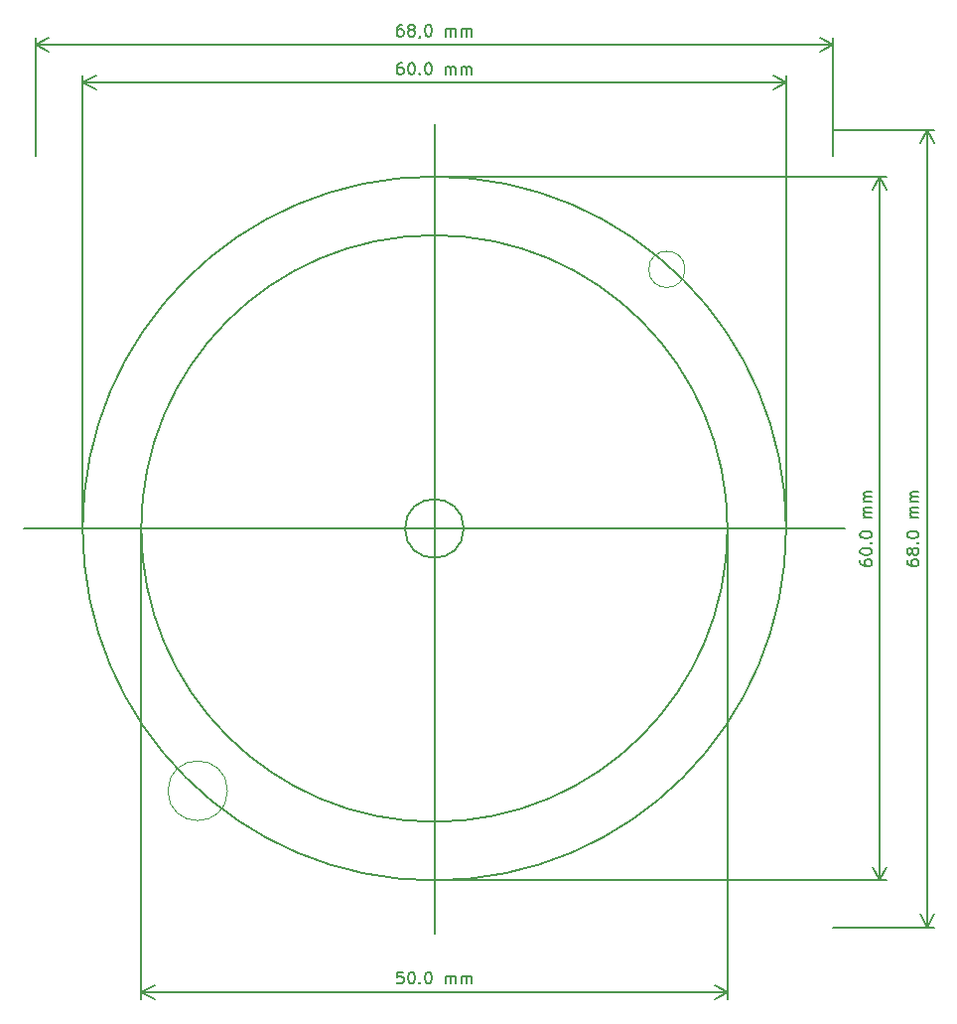
<source format=gbr>
G04 #@! TF.GenerationSoftware,KiCad,Pcbnew,6.0.11-2627ca5db0~126~ubuntu22.04.1*
G04 #@! TF.CreationDate,2023-12-06T10:13:38+01:00*
G04 #@! TF.ProjectId,pushbutton8,70757368-6275-4747-946f-6e382e6b6963,3*
G04 #@! TF.SameCoordinates,PX6657f38PY8eeaea0*
G04 #@! TF.FileFunction,Other,Comment*
%FSLAX46Y46*%
G04 Gerber Fmt 4.6, Leading zero omitted, Abs format (unit mm)*
G04 Created by KiCad (PCBNEW 6.0.11-2627ca5db0~126~ubuntu22.04.1) date 2023-12-06 10:13:38*
%MOMM*%
%LPD*%
G01*
G04 APERTURE LIST*
%ADD10C,0.200000*%
%ADD11C,0.100000*%
%ADD12C,0.150000*%
G04 APERTURE END LIST*
D10*
X50185000Y22360000D02*
G75*
G03*
X50185000Y22360000I-30000000J0D01*
G01*
X55185000Y22360000D02*
X-14815000Y22360000D01*
X20185000Y56860000D02*
X20185000Y-12140000D01*
X45185000Y22360000D02*
G75*
G03*
X45185000Y22360000I-25000000J0D01*
G01*
D11*
X2540000Y0D02*
G75*
G03*
X2540000Y0I-2540000J0D01*
G01*
X41561254Y44450000D02*
G75*
G03*
X41561254Y44450000I-1546254J0D01*
G01*
D12*
X56487380Y19645715D02*
X56487380Y19455239D01*
X56535000Y19360000D01*
X56582619Y19312381D01*
X56725476Y19217143D01*
X56915952Y19169524D01*
X57296904Y19169524D01*
X57392142Y19217143D01*
X57439761Y19264762D01*
X57487380Y19360000D01*
X57487380Y19550477D01*
X57439761Y19645715D01*
X57392142Y19693334D01*
X57296904Y19740953D01*
X57058809Y19740953D01*
X56963571Y19693334D01*
X56915952Y19645715D01*
X56868333Y19550477D01*
X56868333Y19360000D01*
X56915952Y19264762D01*
X56963571Y19217143D01*
X57058809Y19169524D01*
X56487380Y20360000D02*
X56487380Y20455239D01*
X56535000Y20550477D01*
X56582619Y20598096D01*
X56677857Y20645715D01*
X56868333Y20693334D01*
X57106428Y20693334D01*
X57296904Y20645715D01*
X57392142Y20598096D01*
X57439761Y20550477D01*
X57487380Y20455239D01*
X57487380Y20360000D01*
X57439761Y20264762D01*
X57392142Y20217143D01*
X57296904Y20169524D01*
X57106428Y20121905D01*
X56868333Y20121905D01*
X56677857Y20169524D01*
X56582619Y20217143D01*
X56535000Y20264762D01*
X56487380Y20360000D01*
X57392142Y21121905D02*
X57439761Y21169524D01*
X57487380Y21121905D01*
X57439761Y21074286D01*
X57392142Y21121905D01*
X57487380Y21121905D01*
X56487380Y21788572D02*
X56487380Y21883810D01*
X56535000Y21979048D01*
X56582619Y22026667D01*
X56677857Y22074286D01*
X56868333Y22121905D01*
X57106428Y22121905D01*
X57296904Y22074286D01*
X57392142Y22026667D01*
X57439761Y21979048D01*
X57487380Y21883810D01*
X57487380Y21788572D01*
X57439761Y21693334D01*
X57392142Y21645715D01*
X57296904Y21598096D01*
X57106428Y21550477D01*
X56868333Y21550477D01*
X56677857Y21598096D01*
X56582619Y21645715D01*
X56535000Y21693334D01*
X56487380Y21788572D01*
X57487380Y23312381D02*
X56820714Y23312381D01*
X56915952Y23312381D02*
X56868333Y23360000D01*
X56820714Y23455239D01*
X56820714Y23598096D01*
X56868333Y23693334D01*
X56963571Y23740953D01*
X57487380Y23740953D01*
X56963571Y23740953D02*
X56868333Y23788572D01*
X56820714Y23883810D01*
X56820714Y24026667D01*
X56868333Y24121905D01*
X56963571Y24169524D01*
X57487380Y24169524D01*
X57487380Y24645715D02*
X56820714Y24645715D01*
X56915952Y24645715D02*
X56868333Y24693334D01*
X56820714Y24788572D01*
X56820714Y24931429D01*
X56868333Y25026667D01*
X56963571Y25074286D01*
X57487380Y25074286D01*
X56963571Y25074286D02*
X56868333Y25121905D01*
X56820714Y25217143D01*
X56820714Y25360000D01*
X56868333Y25455239D01*
X56963571Y25502858D01*
X57487380Y25502858D01*
X20185000Y-7640000D02*
X58771420Y-7640000D01*
X20185000Y52360000D02*
X58771420Y52360000D01*
X58185000Y-7640000D02*
X58185000Y52360000D01*
X58185000Y-7640000D02*
X58185000Y52360000D01*
X58185000Y-7640000D02*
X58771421Y-6513496D01*
X58185000Y-7640000D02*
X57598579Y-6513496D01*
X58185000Y52360000D02*
X57598579Y51233496D01*
X58185000Y52360000D02*
X58771421Y51233496D01*
X17470714Y65303875D02*
X17280238Y65303875D01*
X17185000Y65256255D01*
X17137380Y65208636D01*
X17042142Y65065779D01*
X16994523Y64875303D01*
X16994523Y64494351D01*
X17042142Y64399113D01*
X17089761Y64351494D01*
X17185000Y64303875D01*
X17375476Y64303875D01*
X17470714Y64351494D01*
X17518333Y64399113D01*
X17565952Y64494351D01*
X17565952Y64732446D01*
X17518333Y64827684D01*
X17470714Y64875303D01*
X17375476Y64922922D01*
X17185000Y64922922D01*
X17089761Y64875303D01*
X17042142Y64827684D01*
X16994523Y64732446D01*
X18137380Y64875303D02*
X18042142Y64922922D01*
X17994523Y64970541D01*
X17946904Y65065779D01*
X17946904Y65113398D01*
X17994523Y65208636D01*
X18042142Y65256255D01*
X18137380Y65303875D01*
X18327857Y65303875D01*
X18423095Y65256255D01*
X18470714Y65208636D01*
X18518333Y65113398D01*
X18518333Y65065779D01*
X18470714Y64970541D01*
X18423095Y64922922D01*
X18327857Y64875303D01*
X18137380Y64875303D01*
X18042142Y64827684D01*
X17994523Y64780065D01*
X17946904Y64684827D01*
X17946904Y64494351D01*
X17994523Y64399113D01*
X18042142Y64351494D01*
X18137380Y64303875D01*
X18327857Y64303875D01*
X18423095Y64351494D01*
X18470714Y64399113D01*
X18518333Y64494351D01*
X18518333Y64684827D01*
X18470714Y64780065D01*
X18423095Y64827684D01*
X18327857Y64875303D01*
X18994523Y64351494D02*
X18994523Y64303875D01*
X18946904Y64208636D01*
X18899285Y64161017D01*
X19613571Y65303875D02*
X19708809Y65303875D01*
X19804047Y65256255D01*
X19851666Y65208636D01*
X19899285Y65113398D01*
X19946904Y64922922D01*
X19946904Y64684827D01*
X19899285Y64494351D01*
X19851666Y64399113D01*
X19804047Y64351494D01*
X19708809Y64303875D01*
X19613571Y64303875D01*
X19518333Y64351494D01*
X19470714Y64399113D01*
X19423095Y64494351D01*
X19375476Y64684827D01*
X19375476Y64922922D01*
X19423095Y65113398D01*
X19470714Y65208636D01*
X19518333Y65256255D01*
X19613571Y65303875D01*
X21137380Y64303875D02*
X21137380Y64970541D01*
X21137380Y64875303D02*
X21185000Y64922922D01*
X21280238Y64970541D01*
X21423095Y64970541D01*
X21518333Y64922922D01*
X21565952Y64827684D01*
X21565952Y64303875D01*
X21565952Y64827684D02*
X21613571Y64922922D01*
X21708809Y64970541D01*
X21851666Y64970541D01*
X21946904Y64922922D01*
X21994523Y64827684D01*
X21994523Y64303875D01*
X22470714Y64303875D02*
X22470714Y64970541D01*
X22470714Y64875303D02*
X22518333Y64922922D01*
X22613571Y64970541D01*
X22756428Y64970541D01*
X22851666Y64922922D01*
X22899285Y64827684D01*
X22899285Y64303875D01*
X22899285Y64827684D02*
X22946904Y64922922D01*
X23042142Y64970541D01*
X23185000Y64970541D01*
X23280238Y64922922D01*
X23327857Y64827684D01*
X23327857Y64303875D01*
X54185000Y54110000D02*
X54185000Y64192675D01*
X-13815000Y54110000D02*
X-13815000Y64192675D01*
X54185000Y63606255D02*
X-13815000Y63606255D01*
X54185000Y63606255D02*
X-13815000Y63606255D01*
X54185000Y63606255D02*
X53058496Y64192676D01*
X54185000Y63606255D02*
X53058496Y63019834D01*
X-13815000Y63606255D02*
X-12688496Y63019834D01*
X-13815000Y63606255D02*
X-12688496Y64192676D01*
X17518333Y-15442380D02*
X17042142Y-15442380D01*
X16994523Y-15918571D01*
X17042142Y-15870952D01*
X17137380Y-15823333D01*
X17375476Y-15823333D01*
X17470714Y-15870952D01*
X17518333Y-15918571D01*
X17565952Y-16013809D01*
X17565952Y-16251904D01*
X17518333Y-16347142D01*
X17470714Y-16394761D01*
X17375476Y-16442380D01*
X17137380Y-16442380D01*
X17042142Y-16394761D01*
X16994523Y-16347142D01*
X18185000Y-15442380D02*
X18280238Y-15442380D01*
X18375476Y-15490000D01*
X18423095Y-15537619D01*
X18470714Y-15632857D01*
X18518333Y-15823333D01*
X18518333Y-16061428D01*
X18470714Y-16251904D01*
X18423095Y-16347142D01*
X18375476Y-16394761D01*
X18280238Y-16442380D01*
X18185000Y-16442380D01*
X18089761Y-16394761D01*
X18042142Y-16347142D01*
X17994523Y-16251904D01*
X17946904Y-16061428D01*
X17946904Y-15823333D01*
X17994523Y-15632857D01*
X18042142Y-15537619D01*
X18089761Y-15490000D01*
X18185000Y-15442380D01*
X18946904Y-16347142D02*
X18994523Y-16394761D01*
X18946904Y-16442380D01*
X18899285Y-16394761D01*
X18946904Y-16347142D01*
X18946904Y-16442380D01*
X19613571Y-15442380D02*
X19708809Y-15442380D01*
X19804047Y-15490000D01*
X19851666Y-15537619D01*
X19899285Y-15632857D01*
X19946904Y-15823333D01*
X19946904Y-16061428D01*
X19899285Y-16251904D01*
X19851666Y-16347142D01*
X19804047Y-16394761D01*
X19708809Y-16442380D01*
X19613571Y-16442380D01*
X19518333Y-16394761D01*
X19470714Y-16347142D01*
X19423095Y-16251904D01*
X19375476Y-16061428D01*
X19375476Y-15823333D01*
X19423095Y-15632857D01*
X19470714Y-15537619D01*
X19518333Y-15490000D01*
X19613571Y-15442380D01*
X21137380Y-16442380D02*
X21137380Y-15775714D01*
X21137380Y-15870952D02*
X21185000Y-15823333D01*
X21280238Y-15775714D01*
X21423095Y-15775714D01*
X21518333Y-15823333D01*
X21565952Y-15918571D01*
X21565952Y-16442380D01*
X21565952Y-15918571D02*
X21613571Y-15823333D01*
X21708809Y-15775714D01*
X21851666Y-15775714D01*
X21946904Y-15823333D01*
X21994523Y-15918571D01*
X21994523Y-16442380D01*
X22470714Y-16442380D02*
X22470714Y-15775714D01*
X22470714Y-15870952D02*
X22518333Y-15823333D01*
X22613571Y-15775714D01*
X22756428Y-15775714D01*
X22851666Y-15823333D01*
X22899285Y-15918571D01*
X22899285Y-16442380D01*
X22899285Y-15918571D02*
X22946904Y-15823333D01*
X23042142Y-15775714D01*
X23185000Y-15775714D01*
X23280238Y-15823333D01*
X23327857Y-15918571D01*
X23327857Y-16442380D01*
X45185000Y22360000D02*
X45185000Y-17726420D01*
X-4815000Y22360000D02*
X-4815000Y-17726420D01*
X45185000Y-17140000D02*
X-4815000Y-17140000D01*
X45185000Y-17140000D02*
X-4815000Y-17140000D01*
X45185000Y-17140000D02*
X44058496Y-16553579D01*
X45185000Y-17140000D02*
X44058496Y-17726421D01*
X-4815000Y-17140000D02*
X-3688496Y-17726421D01*
X-4815000Y-17140000D02*
X-3688496Y-16553579D01*
X17470714Y62057620D02*
X17280238Y62057620D01*
X17185000Y62010000D01*
X17137380Y61962381D01*
X17042142Y61819524D01*
X16994523Y61629048D01*
X16994523Y61248096D01*
X17042142Y61152858D01*
X17089761Y61105239D01*
X17185000Y61057620D01*
X17375476Y61057620D01*
X17470714Y61105239D01*
X17518333Y61152858D01*
X17565952Y61248096D01*
X17565952Y61486191D01*
X17518333Y61581429D01*
X17470714Y61629048D01*
X17375476Y61676667D01*
X17185000Y61676667D01*
X17089761Y61629048D01*
X17042142Y61581429D01*
X16994523Y61486191D01*
X18185000Y62057620D02*
X18280238Y62057620D01*
X18375476Y62010000D01*
X18423095Y61962381D01*
X18470714Y61867143D01*
X18518333Y61676667D01*
X18518333Y61438572D01*
X18470714Y61248096D01*
X18423095Y61152858D01*
X18375476Y61105239D01*
X18280238Y61057620D01*
X18185000Y61057620D01*
X18089761Y61105239D01*
X18042142Y61152858D01*
X17994523Y61248096D01*
X17946904Y61438572D01*
X17946904Y61676667D01*
X17994523Y61867143D01*
X18042142Y61962381D01*
X18089761Y62010000D01*
X18185000Y62057620D01*
X18946904Y61152858D02*
X18994523Y61105239D01*
X18946904Y61057620D01*
X18899285Y61105239D01*
X18946904Y61152858D01*
X18946904Y61057620D01*
X19613571Y62057620D02*
X19708809Y62057620D01*
X19804047Y62010000D01*
X19851666Y61962381D01*
X19899285Y61867143D01*
X19946904Y61676667D01*
X19946904Y61438572D01*
X19899285Y61248096D01*
X19851666Y61152858D01*
X19804047Y61105239D01*
X19708809Y61057620D01*
X19613571Y61057620D01*
X19518333Y61105239D01*
X19470714Y61152858D01*
X19423095Y61248096D01*
X19375476Y61438572D01*
X19375476Y61676667D01*
X19423095Y61867143D01*
X19470714Y61962381D01*
X19518333Y62010000D01*
X19613571Y62057620D01*
X21137380Y61057620D02*
X21137380Y61724286D01*
X21137380Y61629048D02*
X21185000Y61676667D01*
X21280238Y61724286D01*
X21423095Y61724286D01*
X21518333Y61676667D01*
X21565952Y61581429D01*
X21565952Y61057620D01*
X21565952Y61581429D02*
X21613571Y61676667D01*
X21708809Y61724286D01*
X21851666Y61724286D01*
X21946904Y61676667D01*
X21994523Y61581429D01*
X21994523Y61057620D01*
X22470714Y61057620D02*
X22470714Y61724286D01*
X22470714Y61629048D02*
X22518333Y61676667D01*
X22613571Y61724286D01*
X22756428Y61724286D01*
X22851666Y61676667D01*
X22899285Y61581429D01*
X22899285Y61057620D01*
X22899285Y61581429D02*
X22946904Y61676667D01*
X23042142Y61724286D01*
X23185000Y61724286D01*
X23280238Y61676667D01*
X23327857Y61581429D01*
X23327857Y61057620D01*
X50185000Y22360000D02*
X50185000Y60946420D01*
X-9815000Y22360000D02*
X-9815000Y60946420D01*
X50185000Y60360000D02*
X-9815000Y60360000D01*
X50185000Y60360000D02*
X-9815000Y60360000D01*
X50185000Y60360000D02*
X49058496Y60946421D01*
X50185000Y60360000D02*
X49058496Y59773579D01*
X-9815000Y60360000D02*
X-8688496Y59773579D01*
X-9815000Y60360000D02*
X-8688496Y60946421D01*
X60487380Y19645715D02*
X60487380Y19455239D01*
X60535000Y19360000D01*
X60582619Y19312381D01*
X60725476Y19217143D01*
X60915952Y19169524D01*
X61296904Y19169524D01*
X61392142Y19217143D01*
X61439761Y19264762D01*
X61487380Y19360000D01*
X61487380Y19550477D01*
X61439761Y19645715D01*
X61392142Y19693334D01*
X61296904Y19740953D01*
X61058809Y19740953D01*
X60963571Y19693334D01*
X60915952Y19645715D01*
X60868333Y19550477D01*
X60868333Y19360000D01*
X60915952Y19264762D01*
X60963571Y19217143D01*
X61058809Y19169524D01*
X60915952Y20312381D02*
X60868333Y20217143D01*
X60820714Y20169524D01*
X60725476Y20121905D01*
X60677857Y20121905D01*
X60582619Y20169524D01*
X60535000Y20217143D01*
X60487380Y20312381D01*
X60487380Y20502858D01*
X60535000Y20598096D01*
X60582619Y20645715D01*
X60677857Y20693334D01*
X60725476Y20693334D01*
X60820714Y20645715D01*
X60868333Y20598096D01*
X60915952Y20502858D01*
X60915952Y20312381D01*
X60963571Y20217143D01*
X61011190Y20169524D01*
X61106428Y20121905D01*
X61296904Y20121905D01*
X61392142Y20169524D01*
X61439761Y20217143D01*
X61487380Y20312381D01*
X61487380Y20502858D01*
X61439761Y20598096D01*
X61392142Y20645715D01*
X61296904Y20693334D01*
X61106428Y20693334D01*
X61011190Y20645715D01*
X60963571Y20598096D01*
X60915952Y20502858D01*
X61392142Y21121905D02*
X61439761Y21169524D01*
X61487380Y21121905D01*
X61439761Y21074286D01*
X61392142Y21121905D01*
X61487380Y21121905D01*
X60487380Y21788572D02*
X60487380Y21883810D01*
X60535000Y21979048D01*
X60582619Y22026667D01*
X60677857Y22074286D01*
X60868333Y22121905D01*
X61106428Y22121905D01*
X61296904Y22074286D01*
X61392142Y22026667D01*
X61439761Y21979048D01*
X61487380Y21883810D01*
X61487380Y21788572D01*
X61439761Y21693334D01*
X61392142Y21645715D01*
X61296904Y21598096D01*
X61106428Y21550477D01*
X60868333Y21550477D01*
X60677857Y21598096D01*
X60582619Y21645715D01*
X60535000Y21693334D01*
X60487380Y21788572D01*
X61487380Y23312381D02*
X60820714Y23312381D01*
X60915952Y23312381D02*
X60868333Y23360000D01*
X60820714Y23455239D01*
X60820714Y23598096D01*
X60868333Y23693334D01*
X60963571Y23740953D01*
X61487380Y23740953D01*
X60963571Y23740953D02*
X60868333Y23788572D01*
X60820714Y23883810D01*
X60820714Y24026667D01*
X60868333Y24121905D01*
X60963571Y24169524D01*
X61487380Y24169524D01*
X61487380Y24645715D02*
X60820714Y24645715D01*
X60915952Y24645715D02*
X60868333Y24693334D01*
X60820714Y24788572D01*
X60820714Y24931429D01*
X60868333Y25026667D01*
X60963571Y25074286D01*
X61487380Y25074286D01*
X60963571Y25074286D02*
X60868333Y25121905D01*
X60820714Y25217143D01*
X60820714Y25360000D01*
X60868333Y25455239D01*
X60963571Y25502858D01*
X61487380Y25502858D01*
X54185000Y-11640000D02*
X62771420Y-11640000D01*
X54185000Y56360000D02*
X62771420Y56360000D01*
X62185000Y-11640000D02*
X62185000Y56360000D01*
X62185000Y-11640000D02*
X62185000Y56360000D01*
X62185000Y-11640000D02*
X62771421Y-10513496D01*
X62185000Y-11640000D02*
X61598579Y-10513496D01*
X62185000Y56360000D02*
X61598579Y55233496D01*
X62185000Y56360000D02*
X62771421Y55233496D01*
X22685000Y22360000D02*
G75*
G03*
X22685000Y22360000I-2500000J0D01*
G01*
M02*

</source>
